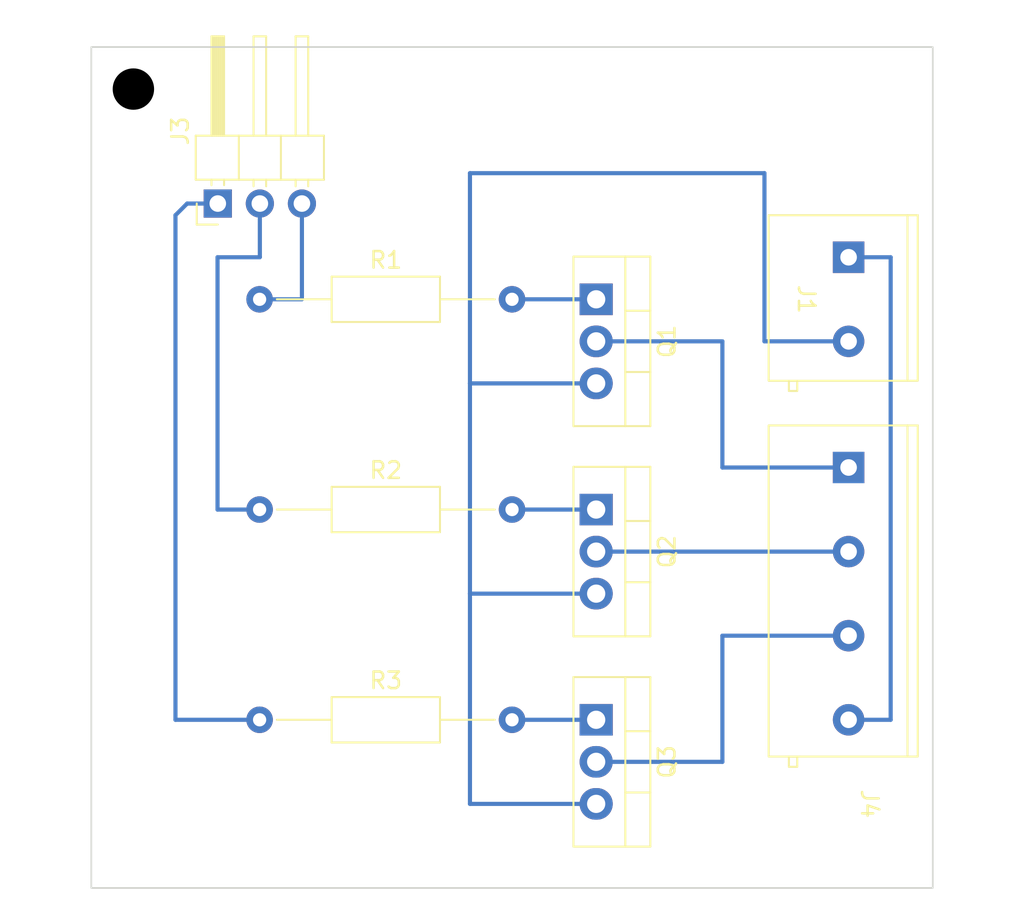
<source format=kicad_pcb>
(kicad_pcb (version 20211014) (generator pcbnew)
  (layers (0 "F.Cu" signal) (31 "B.Cu" signal) (34 "B.Paste" user) (35 "F.Paste" user) (36 "B.SilkS" user "B.Silkscreen") (37 "F.SilkS" user "F.Silkscreen") (38 "B.Mask" user) (39 "F.Mask" user) (44 "Edge.Cuts" user))
  (net 0 "")
  (net 1 "+12V")
  (net 2 "GND")
  (net 3 "/Blue Controller")
  (net 4 "/Green Controller")
  (net 5 "/Red Controller")
  (net 6 "/Red")
  (net 7 "/Green")
  (net 8 "/Blue")
  (net 9 "Net-(Q1-Pad1)")
  (net 10 "Net-(Q2-Pad1)")
  (net 11 "Net-(Q3-Pad1)")
  (footprint "Resistor_THT:R_Axial_DIN0207_L6.3mm_D2.5mm_P15.24mm_Horizontal" (layer "F.Cu") (at 45.72 83.82)
    (fp_text reference "R3" (at 7.62 -2.37) (layer "F.SilkS"))
    (fp_text value "1k")
    (fp_line (start 14.2 0) (end 10.89 0) (layer "F.SilkS") (width 0.12))
    (fp_line (start 4.35 1.37) (end 10.89 1.37) (layer "F.SilkS") (width 0.12))
    (fp_line (start 10.89 -1.37) (end 4.35 -1.37) (layer "F.SilkS") (width 0.12))
    (fp_line (start 1.04 0) (end 4.35 0) (layer "F.SilkS") (width 0.12))
    (fp_line (start 10.89 1.37) (end 10.89 -1.37) (layer "F.SilkS") (width 0.12))
    (fp_line (start 4.35 -1.37) (end 4.35 1.37) (layer "F.SilkS") (width 0.12))
    (pad "1" thru_hole circle (at 0 0) (size 1.6 1.6) (drill 0.8) (layers *.Cu *.Mask) (net 3 "/Blue Controller"))
    (pad "2" thru_hole oval (at 15.24 0) (size 1.6 1.6) (drill 0.8) (layers *.Cu *.Mask) (net 11 "Net-(Q3-Pad1)"))
  )
  (footprint "Connector_PinHeader_2.54mm:PinHeader_1x03_P2.54mm_Horizontal" (layer "F.Cu") (at 43.195 52.635 90)
    (fp_text reference "J3" (at 4.385 -2.27 90) (layer "F.SilkS"))
    (fp_text value "Controller_PWM_PINs")
    (fp_line (start 1.44 6.41) (end 4.1 6.41) (layer "F.SilkS") (width 0.12))
    (fp_line (start 1.44 3.81) (end 4.1 3.81) (layer "F.SilkS") (width 0.12))
    (fp_line (start 1.042929 5.46) (end 1.44 5.46) (layer "F.SilkS") (width 0.12))
    (fp_line (start 1.042929 2.16) (end 1.44 2.16) (layer "F.SilkS") (width 0.12))
    (fp_line (start 4.1 4.7) (end 10.1 4.7) (layer "F.SilkS") (width 0.12))
    (fp_line (start 10.1 0.38) (end 4.1 0.38) (layer "F.SilkS") (width 0.12))
    (fp_line (start 10.1 -0.38) (end 10.1 0.38) (layer "F.SilkS") (width 0.12))
    (fp_line (start 1.44 -1.33) (end 1.44 6.41) (layer "F.SilkS") (width 0.12))
    (fp_line (start 4.1 0.16) (end 10.1 0.16) (layer "F.SilkS") (width 0.12))
    (fp_line (start 4.1 -0.32) (end 10.1 -0.32) (layer "F.SilkS") (width 0.12))
    (fp_line (start -1.27 0) (end -1.27 -1.27) (layer "F.SilkS") (width 0.12))
    (fp_line (start 4.1 -0.38) (end 10.1 -0.38) (layer "F.SilkS") (width 0.12))
    (fp_line (start 10.1 2.16) (end 10.1 2.92) (layer "F.SilkS") (width 0.12))
    (fp_line (start 4.1 -0.08) (end 10.1 -0.08) (layer "F.SilkS") (width 0.12))
    (fp_line (start 4.1 2.16) (end 10.1 2.16) (layer "F.SilkS") (width 0.12))
    (fp_line (start 1.11 -0.38) (end 1.44 -0.38) (layer "F.SilkS") (width 0.12))
    (fp_line (start 1.44 1.27) (end 4.1 1.27) (layer "F.SilkS") (width 0.12))
    (fp_line (start 10.1 5.46) (end 4.1 5.46) (layer "F.SilkS") (width 0.12))
    (fp_line (start 4.1 -0.2) (end 10.1 -0.2) (layer "F.SilkS") (width 0.12))
    (fp_line (start 10.1 2.92) (end 4.1 2.92) (layer "F.SilkS") (width 0.12))
    (fp_line (start 4.1 6.41) (end 4.1 -1.33) (layer "F.SilkS") (width 0.12))
    (fp_line (start 1.042929 4.7) (end 1.44 4.7) (layer "F.SilkS") (width 0.12))
    (fp_line (start 4.1 0.04) (end 10.1 0.04) (layer "F.SilkS") (width 0.12))
    (fp_line (start 1.042929 2.92) (end 1.44 2.92) (layer "F.SilkS") (width 0.12))
    (fp_line (start 4.1 -1.33) (end 1.44 -1.33) (layer "F.SilkS") (width 0.12))
    (fp_line (start 1.11 0.38) (end 1.44 0.38) (layer "F.SilkS") (width 0.12))
    (fp_line (start 10.1 4.7) (end 10.1 5.46) (layer "F.SilkS") (width 0.12))
    (fp_line (start 4.1 0.28) (end 10.1 0.28) (layer "F.SilkS") (width 0.12))
    (fp_line (start -1.27 -1.27) (end 0 -1.27) (layer "F.SilkS") (width 0.12))
    (pad "1" thru_hole rect (at 0 0 90) (size 1.7 1.7) (drill 1) (layers *.Cu *.Mask) (net 3 "/Blue Controller"))
    (pad "2" thru_hole oval (at 0 2.54 90) (size 1.7 1.7) (drill 1) (layers *.Cu *.Mask) (net 4 "/Green Controller"))
    (pad "3" thru_hole oval (at 0 5.08 90) (size 1.7 1.7) (drill 1) (layers *.Cu *.Mask) (net 5 "/Red Controller"))
  )
  (footprint "MountingHole:MountingHole_2.5mm" (layer "F.Cu") (at 83.82 45.72)
    (fp_text reference "REF**" hide)
    (fp_text value "MountingHole_2.5mm")
    (pad "" np_thru_hole circle (at 0 0) (size 2.5 2.5) (drill 2.5) (layers *.Cu *.Mask))
  )
  (footprint "Resistor_THT:R_Axial_DIN0207_L6.3mm_D2.5mm_P15.24mm_Horizontal" (layer "F.Cu") (at 45.72 58.42)
    (fp_text reference "R1" (at 7.62 -2.37) (layer "F.SilkS"))
    (fp_text value "1k")
    (fp_line (start 10.89 -1.37) (end 4.35 -1.37) (layer "F.SilkS") (width 0.12))
    (fp_line (start 4.35 1.37) (end 10.89 1.37) (layer "F.SilkS") (width 0.12))
    (fp_line (start 4.35 -1.37) (end 4.35 1.37) (layer "F.SilkS") (width 0.12))
    (fp_line (start 14.2 0) (end 10.89 0) (layer "F.SilkS") (width 0.12))
    (fp_line (start 10.89 1.37) (end 10.89 -1.37) (layer "F.SilkS") (width 0.12))
    (fp_line (start 1.04 0) (end 4.35 0) (layer "F.SilkS") (width 0.12))
    (pad "1" thru_hole circle (at 0 0) (size 1.6 1.6) (drill 0.8) (layers *.Cu *.Mask) (net 5 "/Red Controller"))
    (pad "2" thru_hole oval (at 15.24 0) (size 1.6 1.6) (drill 0.8) (layers *.Cu *.Mask) (net 9 "Net-(Q1-Pad1)"))
  )
  (footprint "MountingHole:MountingHole_2.5mm" (layer "F.Cu") (at 38.1 45.72)
    (fp_text reference "REF**" hide)
    (fp_text value "MountingHole_2.5mm")
    (pad "" np_thru_hole circle (at 0 0) (size 2.5 2.5) (drill 2.5) (layers *.Mask))
  )
  (footprint "Package_TO_SOT_THT:TO-220-3_Vertical" (layer "F.Cu") (at 66.04 83.82 -90)
    (fp_text reference "Q3" (at 2.54 -4.27 90) (layer "F.SilkS"))
    (fp_text value "TIP120")
    (fp_line (start -2.58 -3.27) (end -2.58 1.371) (layer "F.SilkS") (width 0.12))
    (fp_line (start -2.58 -1.76) (end 7.66 -1.76) (layer "F.SilkS") (width 0.12))
    (fp_line (start 4.391 -3.27) (end 4.391 -1.76) (layer "F.SilkS") (width 0.12))
    (fp_line (start 0.69 -3.27) (end 0.69 -1.76) (layer "F.SilkS") (width 0.12))
    (fp_line (start -2.58 1.371) (end 7.66 1.371) (layer "F.SilkS") (width 0.12))
    (fp_line (start -2.58 -3.27) (end 7.66 -3.27) (layer "F.SilkS") (width 0.12))
    (fp_line (start 7.66 -3.27) (end 7.66 1.371) (layer "F.SilkS") (width 0.12))
    (pad "1" thru_hole rect (at 0 0 270) (size 1.905 2) (drill 1.1) (layers *.Cu *.Mask) (net 11 "Net-(Q3-Pad1)"))
    (pad "2" thru_hole oval (at 2.54 0 270) (size 1.905 2) (drill 1.1) (layers *.Cu *.Mask) (net 8 "/Blue"))
    (pad "3" thru_hole oval (at 5.08 0 270) (size 1.905 2) (drill 1.1) (layers *.Cu *.Mask) (net 2 "GND"))
  )
  (footprint "MountingHole:MountingHole_2.5mm" (layer "F.Cu") (at 83.82 91.44)
    (fp_text reference "REF**" hide)
    (fp_text value "MountingHole_2.5mm")
    (pad "" np_thru_hole circle (at 0 0) (size 2.5 2.5) (drill 2.5) (layers *.Cu *.Mask))
  )
  (footprint "Connector_Project:Connector CTB1202_4BK" (layer "F.Cu") (at 81.28 68.58 -90)
    (fp_text reference "J4" (at 20.32 -1.27 -90 unlocked) (layer "F.SilkS"))
    (fp_text value "RGB_Strip")
    (fp_line (start -2.54 -3.556) (end 17.366 -3.556) (layer "F.SilkS") (width 0.12))
    (fp_rect (start 17.4714 3.6068) (end 18.081 3.0988) (layer "F.SilkS") (width 0.12) (fill none))
    (fp_rect (start -2.54 -4.174) (end 17.46 4.826) (layer "F.SilkS") (width 0.12) (fill none))
    (pad "1" thru_hole rect (at 0 0 270) (size 1.9 1.9) (drill 1) (layers *.Cu *.Mask) (net 6 "/Red"))
    (pad "2" thru_hole circle (at 5.08 0 270) (size 1.9 1.9) (drill 1) (layers *.Cu *.Mask) (net 7 "/Green"))
    (pad "3" thru_hole circle (at 10.16 0 270) (size 1.9 1.9) (drill 1) (layers *.Cu *.Mask) (net 8 "/Blue"))
    (pad "4" thru_hole circle (at 15.24 0 270) (size 1.9 1.9) (drill 1) (layers *.Cu *.Mask) (net 1 "+12V"))
  )
  (footprint "Resistor_THT:R_Axial_DIN0207_L6.3mm_D2.5mm_P15.24mm_Horizontal" (layer "F.Cu") (at 45.72 71.12)
    (fp_text reference "R2" (at 7.62 -2.37) (layer "F.SilkS"))
    (fp_text value "1k")
    (fp_line (start 1.04 0) (end 4.35 0) (layer "F.SilkS") (width 0.12))
    (fp_line (start 4.35 -1.37) (end 4.35 1.37) (layer "F.SilkS") (width 0.12))
    (fp_line (start 10.89 -1.37) (end 4.35 -1.37) (layer "F.SilkS") (width 0.12))
    (fp_line (start 14.2 0) (end 10.89 0) (layer "F.SilkS") (width 0.12))
    (fp_line (start 10.89 1.37) (end 10.89 -1.37) (layer "F.SilkS") (width 0.12))
    (fp_line (start 4.35 1.37) (end 10.89 1.37) (layer "F.SilkS") (width 0.12))
    (pad "1" thru_hole circle (at 0 0) (size 1.6 1.6) (drill 0.8) (layers *.Cu *.Mask) (net 4 "/Green Controller"))
    (pad "2" thru_hole oval (at 15.24 0) (size 1.6 1.6) (drill 0.8) (layers *.Cu *.Mask) (net 10 "Net-(Q2-Pad1)"))
  )
  (footprint "Package_TO_SOT_THT:TO-220-3_Vertical" (layer "F.Cu") (at 66.04 71.12 -90)
    (fp_text reference "Q2" (at 2.54 -4.27 90) (layer "F.SilkS"))
    (fp_text value "TIP120")
    (fp_line (start 0.69 -3.27) (end 0.69 -1.76) (layer "F.SilkS") (width 0.12))
    (fp_line (start -2.58 1.371) (end 7.66 1.371) (layer "F.SilkS") (width 0.12))
    (fp_line (start -2.58 -1.76) (end 7.66 -1.76) (layer "F.SilkS") (width 0.12))
    (fp_line (start -2.58 -3.27) (end 7.66 -3.27) (layer "F.SilkS") (width 0.12))
    (fp_line (start 4.391 -3.27) (end 4.391 -1.76) (layer "F.SilkS") (width 0.12))
    (fp_line (start 7.66 -3.27) (end 7.66 1.371) (layer "F.SilkS") (width 0.12))
    (fp_line (start -2.58 -3.27) (end -2.58 1.371) (layer "F.SilkS") (width 0.12))
    (pad "1" thru_hole rect (at 0 0 270) (size 1.905 2) (drill 1.1) (layers *.Cu *.Mask) (net 10 "Net-(Q2-Pad1)"))
    (pad "2" thru_hole oval (at 2.54 0 270) (size 1.905 2) (drill 1.1) (layers *.Cu *.Mask) (net 7 "/Green"))
    (pad "3" thru_hole oval (at 5.08 0 270) (size 1.905 2) (drill 1.1) (layers *.Cu *.Mask) (net 2 "GND"))
  )
  (footprint "Connector_Project:Connector CTB1202_2BK" (layer "F.Cu") (at 81.28 55.88 -90)
    (fp_text reference "J1" (at 2.54 2.54 -90 unlocked) (layer "F.SilkS"))
    (fp_text value "12V_Power")
    (fp_line (start -2.54 -3.556) (end 7.366 -3.556) (layer "F.SilkS") (width 0.12))
    (fp_rect (start -2.54 -4.174) (end 7.46 4.826) (layer "F.SilkS") (width 0.12) (fill none))
    (fp_rect (start 7.4676 3.6068) (end 8.0772 3.0988) (layer "F.SilkS") (width 0.12) (fill none))
    (pad "1" thru_hole rect (at 0 0 270) (size 1.9 1.9) (drill 1) (layers *.Cu *.Mask) (net 1 "+12V"))
    (pad "2" thru_hole circle (at 5.08 0 270) (size 1.9 1.9) (drill 1) (layers *.Cu *.Mask) (net 2 "GND"))
  )
  (footprint "MountingHole:MountingHole_2.5mm" (layer "F.Cu") (at 38.1 91.44)
    (fp_text reference "REF**" hide)
    (fp_text value "MountingHole_2.5mm")
    (pad "" np_thru_hole circle (at 0 0) (size 2.5 2.5) (drill 2.5) (layers *.Cu *.Mask))
  )
  (footprint "Package_TO_SOT_THT:TO-220-3_Vertical" (layer "F.Cu") (at 66.04 58.42 -90)
    (fp_text reference "Q1" (at 2.54 -4.27 90) (layer "F.SilkS"))
    (fp_text value "TIP120")
    (fp_line (start 0.69 -3.27) (end 0.69 -1.76) (layer "F.SilkS") (width 0.12))
    (fp_line (start -2.58 -3.27) (end -2.58 1.371) (layer "F.SilkS") (width 0.12))
    (fp_line (start 7.66 -3.27) (end 7.66 1.371) (layer "F.SilkS") (width 0.12))
    (fp_line (start 4.391 -3.27) (end 4.391 -1.76) (layer "F.SilkS") (width 0.12))
    (fp_line (start -2.58 1.371) (end 7.66 1.371) (layer "F.SilkS") (width 0.12))
    (fp_line (start -2.58 -1.76) (end 7.66 -1.76) (layer "F.SilkS") (width 0.12))
    (fp_line (start -2.58 -3.27) (end 7.66 -3.27) (layer "F.SilkS") (width 0.12))
    (pad "1" thru_hole rect (at 0 0 270) (size 1.905 2) (drill 1.1) (layers *.Cu *.Mask) (net 9 "Net-(Q1-Pad1)"))
    (pad "2" thru_hole oval (at 2.54 0 270) (size 1.905 2) (drill 1.1) (layers *.Cu *.Mask) (net 6 "/Red"))
    (pad "3" thru_hole oval (at 5.08 0 270) (size 1.905 2) (drill 1.1) (layers *.Cu *.Mask) (net 2 "GND"))
  )
  (gr_rect (start 35.56 43.18) (end 86.36 93.98) (layer "Edge.Cuts") (width 0.1) (fill none))
  (segment (start 81.28 83.82) (end 83.82 83.82) (width 0.25) (layer "B.Cu") (net 1))
  (segment (start 83.82 83.82) (end 83.82 55.88) (width 0.25) (layer "B.Cu") (net 1))
  (segment (start 83.82 55.88) (end 81.28 55.88) (width 0.25) (layer "B.Cu") (net 1))
  (segment (start 58.42 88.9) (end 66.04 88.9) (width 0.25) (layer "B.Cu") (net 2))
  (segment (start 76.2 50.8) (end 58.42 50.8) (width 0.25) (layer "B.Cu") (net 2))
  (segment (start 81.28 60.96) (end 76.2 60.96) (width 0.25) (layer "B.Cu") (net 2))
  (segment (start 58.42 63.5) (end 66.04 63.5) (width 0.25) (layer "B.Cu") (net 2))
  (segment (start 58.42 76.2) (end 58.42 88.9) (width 0.25) (layer "B.Cu") (net 2))
  (segment (start 76.2 60.96) (end 76.2 50.8) (width 0.25) (layer "B.Cu") (net 2))
  (segment (start 58.42 63.5) (end 58.42 76.2) (width 0.25) (layer "B.Cu") (net 2))
  (segment (start 58.42 50.8) (end 58.42 63.5) (width 0.25) (layer "B.Cu") (net 2))
  (segment (start 58.42 76.2) (end 66.04 76.2) (width 0.25) (layer "B.Cu") (net 2))
  (segment (start 40.64 83.82) (end 40.64 53.34) (width 0.25) (layer "B.Cu") (net 3))
  (segment (start 41.345 52.635) (end 43.195 52.635) (width 0.25) (layer "B.Cu") (net 3))
  (segment (start 40.64 53.34) (end 41.345 52.635) (width 0.25) (layer "B.Cu") (net 3))
  (segment (start 45.72 83.82) (end 40.64 83.82) (width 0.25) (layer "B.Cu") (net 3))
  (segment (start 45.72 55.88) (end 43.18 55.88) (width 0.25) (layer "B.Cu") (net 4))
  (segment (start 45.735 55.865) (end 45.72 55.88) (width 0.25) (layer "B.Cu") (net 4))
  (segment (start 43.18 71.12) (end 45.72 71.12) (width 0.25) (layer "B.Cu") (net 4))
  (segment (start 43.18 55.88) (end 43.18 71.12) (width 0.25) (layer "B.Cu") (net 4))
  (segment (start 45.735 52.635) (end 45.735 55.865) (width 0.25) (layer "B.Cu") (net 4))
  (segment (start 45.72 58.42) (end 48.26 58.42) (width 0.25) (layer "B.Cu") (net 5))
  (segment (start 48.275 58.405) (end 48.275 52.635) (width 0.25) (layer "B.Cu") (net 5))
  (segment (start 48.26 58.42) (end 48.275 58.405) (width 0.25) (layer "B.Cu") (net 5))
  (segment (start 73.66 68.58) (end 81.28 68.58) (width 0.25) (layer "B.Cu") (net 6))
  (segment (start 73.66 60.96) (end 73.66 68.58) (width 0.25) (layer "B.Cu") (net 6))
  (segment (start 66.04 60.96) (end 73.66 60.96) (width 0.25) (layer "B.Cu") (net 6))
  (segment (start 81.28 73.66) (end 66.04 73.66) (width 0.25) (layer "B.Cu") (net 7))
  (segment (start 73.66 78.74) (end 73.66 86.36) (width 0.25) (layer "B.Cu") (net 8))
  (segment (start 81.28 78.74) (end 73.66 78.74) (width 0.25) (layer "B.Cu") (net 8))
  (segment (start 73.66 86.36) (end 66.04 86.36) (width 0.25) (layer "B.Cu") (net 8))
  (segment (start 60.96 58.42) (end 66.04 58.42) (width 0.25) (layer "B.Cu") (net 9))
  (segment (start 60.96 71.12) (end 66.04 71.12) (width 0.25) (layer "B.Cu") (net 10))
  (segment (start 66.04 83.82) (end 60.96 83.82) (width 0.25) (layer "B.Cu") (net 11))
)
</source>
